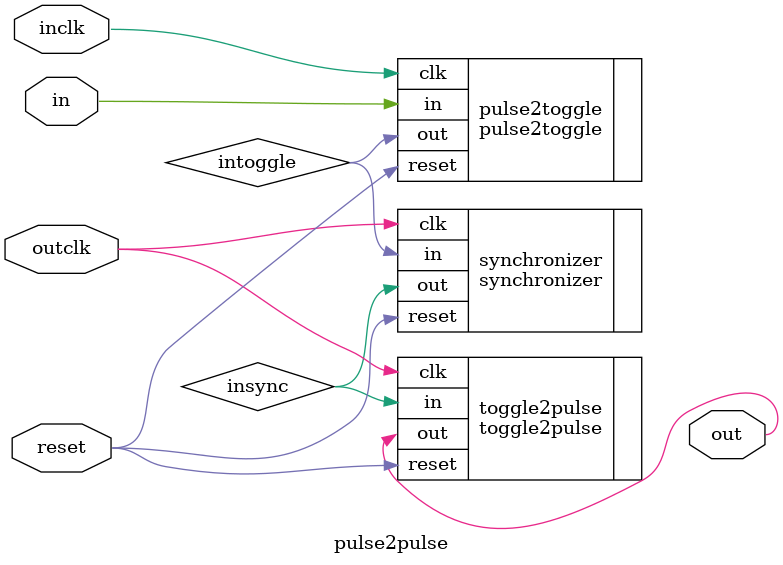
<source format=v>
/*
  File: pulse2pulse.v
 
  This file is part of the Parallella FPGA Reference Design.

  Copyright (C) 2013 Adapteva, Inc.
  Contributed by Roman Trogan <support@adapteva.com>

  This program is free software: you can redistribute it and/or modify
  it under the terms of the GNU General Public License as published by
  the Free Software Foundation, either version 3 of the License, or
  (at your option) any later version.

  This program is distributed in the hope that it will be useful,
  but WITHOUT ANY WARRANTY; without even the implied warranty of
  MERCHANTABILITY or FITNESS FOR A PARTICULAR PURPOSE.  See the
  GNU General Public License for more details.

  You should have received a copy of the GNU General Public License
  along with this program (see the file COPYING).  If not, see
  <http://www.gnu.org/licenses/>.
*/
module pulse2pulse(/*AUTOARG*/
   // Outputs
   out,
   // Inputs
   inclk, outclk, in, reset
   );

   
   //clocks
   input  inclk; 
   input  outclk;  

   
   input  in;   
   output out;

   //reset
   input  reset;  



   wire   intoggle;
   wire   insync;
   
   
   //pulse to toggle
   pulse2toggle    pulse2toggle(
				// Outputs
				.out		(intoggle),
				// Inputs
				.clk		(inclk),
				.in		(in),
				.reset		(reset));
   
   //metastability synchronizer
   synchronizer #(1) synchronizer(
				  // Outputs
				  .out			(insync),
				  // Inputs
				  .in			(intoggle),
				  .clk			(outclk),
				  .reset		(reset));
   
   
   //toogle to pulse
   toggle2pulse toggle2pulse(
			     // Outputs
			     .out		(out),
			     // Inputs
			     .clk		(outclk),
			     .in		(insync),
			     .reset		(reset));
   

   
endmodule // pulse2pulse




</source>
